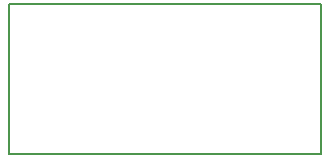
<source format=gbr>
G04 #@! TF.GenerationSoftware,KiCad,Pcbnew,(2017-10-24 revision cffe1b51e)-master*
G04 #@! TF.CreationDate,2017-11-01T11:13:37-07:00*
G04 #@! TF.ProjectId,jtag-swd,6A7461672D7377642E6B696361645F70,rev?*
G04 #@! TF.SameCoordinates,Original*
G04 #@! TF.FileFunction,Profile,NP*
%FSLAX46Y46*%
G04 Gerber Fmt 4.6, Leading zero omitted, Abs format (unit mm)*
G04 Created by KiCad (PCBNEW (2017-10-24 revision cffe1b51e)-master) date Wednesday, November 01, 2017 'AMt' 11:13:37 AM*
%MOMM*%
%LPD*%
G01*
G04 APERTURE LIST*
%ADD10C,0.150000*%
G04 APERTURE END LIST*
D10*
X29337000Y-46355000D02*
X55753000Y-46355000D01*
X29337000Y-33655000D02*
X29337000Y-46355000D01*
X55753000Y-33655000D02*
X29337000Y-33655000D01*
X55753000Y-46355000D02*
X55753000Y-33655000D01*
M02*

</source>
